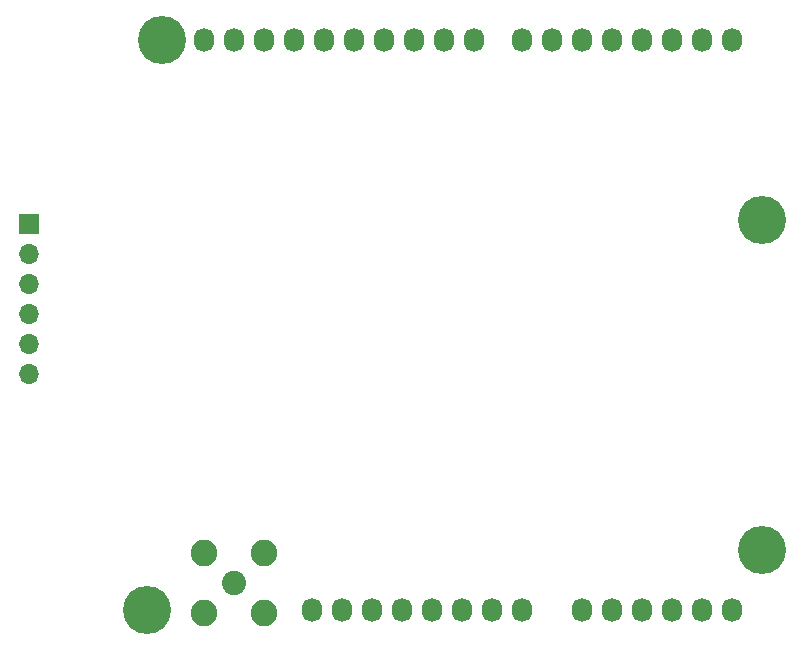
<source format=gbr>
%TF.GenerationSoftware,KiCad,Pcbnew,(5.1.7)-1*%
%TF.CreationDate,2020-11-28T10:02:44+01:00*%
%TF.ProjectId,Rhizo_Receiver_Shield,5268697a-6f5f-4526-9563-65697665725f,rev?*%
%TF.SameCoordinates,Original*%
%TF.FileFunction,Soldermask,Bot*%
%TF.FilePolarity,Negative*%
%FSLAX46Y46*%
G04 Gerber Fmt 4.6, Leading zero omitted, Abs format (unit mm)*
G04 Created by KiCad (PCBNEW (5.1.7)-1) date 2020-11-28 10:02:44*
%MOMM*%
%LPD*%
G01*
G04 APERTURE LIST*
%ADD10O,1.700000X1.700000*%
%ADD11R,1.700000X1.700000*%
%ADD12C,2.250000*%
%ADD13C,2.050000*%
%ADD14O,1.727200X2.032000*%
%ADD15C,4.064000*%
G04 APERTURE END LIST*
D10*
%TO.C,P9*%
X115001040Y-103863140D03*
X115001040Y-101323140D03*
X115001040Y-98783140D03*
X115001040Y-96243140D03*
X115001040Y-93703140D03*
D11*
X115001040Y-91163140D03*
%TD*%
D12*
%TO.C,J1*%
X129794000Y-124079000D03*
X129794000Y-118999000D03*
X134874000Y-118999000D03*
X134874000Y-124079000D03*
D13*
X132334000Y-121539000D03*
%TD*%
D14*
%TO.C,P1*%
X138938000Y-123825000D03*
X141478000Y-123825000D03*
X144018000Y-123825000D03*
X146558000Y-123825000D03*
X149098000Y-123825000D03*
X151638000Y-123825000D03*
X154178000Y-123825000D03*
X156718000Y-123825000D03*
%TD*%
%TO.C,P2*%
X161798000Y-123825000D03*
X164338000Y-123825000D03*
X166878000Y-123825000D03*
X169418000Y-123825000D03*
X171958000Y-123825000D03*
X174498000Y-123825000D03*
%TD*%
%TO.C,P3*%
X129794000Y-75565000D03*
X132334000Y-75565000D03*
X134874000Y-75565000D03*
X137414000Y-75565000D03*
X139954000Y-75565000D03*
X142494000Y-75565000D03*
X145034000Y-75565000D03*
X147574000Y-75565000D03*
X150114000Y-75565000D03*
X152654000Y-75565000D03*
%TD*%
%TO.C,P4*%
X156718000Y-75565000D03*
X159258000Y-75565000D03*
X161798000Y-75565000D03*
X164338000Y-75565000D03*
X166878000Y-75565000D03*
X169418000Y-75565000D03*
X171958000Y-75565000D03*
X174498000Y-75565000D03*
%TD*%
D15*
%TO.C,P5*%
X124968000Y-123825000D03*
%TD*%
%TO.C,P6*%
X177038000Y-118745000D03*
%TD*%
%TO.C,P7*%
X126238000Y-75565000D03*
%TD*%
%TO.C,P8*%
X177038000Y-90805000D03*
%TD*%
M02*

</source>
